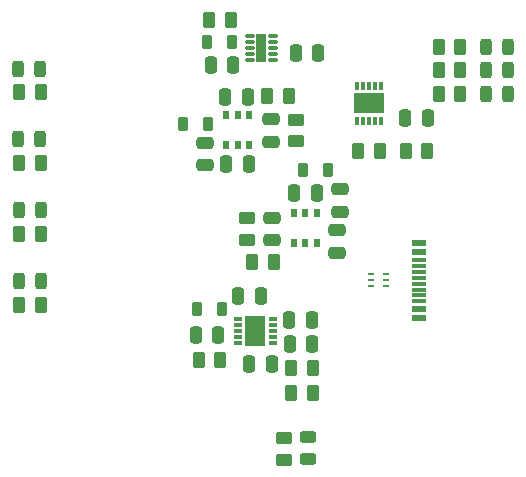
<source format=gbr>
%TF.GenerationSoftware,KiCad,Pcbnew,8.0.8*%
%TF.CreationDate,2025-02-07T16:47:41-05:00*%
%TF.ProjectId,power-delivery-board,706f7765-722d-4646-956c-69766572792d,rev?*%
%TF.SameCoordinates,Original*%
%TF.FileFunction,Paste,Top*%
%TF.FilePolarity,Positive*%
%FSLAX46Y46*%
G04 Gerber Fmt 4.6, Leading zero omitted, Abs format (unit mm)*
G04 Created by KiCad (PCBNEW 8.0.8) date 2025-02-07 16:47:41*
%MOMM*%
%LPD*%
G01*
G04 APERTURE LIST*
G04 Aperture macros list*
%AMRoundRect*
0 Rectangle with rounded corners*
0 $1 Rounding radius*
0 $2 $3 $4 $5 $6 $7 $8 $9 X,Y pos of 4 corners*
0 Add a 4 corners polygon primitive as box body*
4,1,4,$2,$3,$4,$5,$6,$7,$8,$9,$2,$3,0*
0 Add four circle primitives for the rounded corners*
1,1,$1+$1,$2,$3*
1,1,$1+$1,$4,$5*
1,1,$1+$1,$6,$7*
1,1,$1+$1,$8,$9*
0 Add four rect primitives between the rounded corners*
20,1,$1+$1,$2,$3,$4,$5,0*
20,1,$1+$1,$4,$5,$6,$7,0*
20,1,$1+$1,$6,$7,$8,$9,0*
20,1,$1+$1,$8,$9,$2,$3,0*%
G04 Aperture macros list end*
%ADD10RoundRect,0.250000X-0.250000X-0.475000X0.250000X-0.475000X0.250000X0.475000X-0.250000X0.475000X0*%
%ADD11RoundRect,0.218750X-0.218750X-0.381250X0.218750X-0.381250X0.218750X0.381250X-0.218750X0.381250X0*%
%ADD12R,0.300000X0.800000*%
%ADD13R,2.500000X1.750000*%
%ADD14RoundRect,0.243750X-0.243750X-0.456250X0.243750X-0.456250X0.243750X0.456250X-0.243750X0.456250X0*%
%ADD15RoundRect,0.250000X0.250000X0.475000X-0.250000X0.475000X-0.250000X-0.475000X0.250000X-0.475000X0*%
%ADD16RoundRect,0.250000X-0.450000X0.262500X-0.450000X-0.262500X0.450000X-0.262500X0.450000X0.262500X0*%
%ADD17RoundRect,0.250000X0.475000X-0.250000X0.475000X0.250000X-0.475000X0.250000X-0.475000X-0.250000X0*%
%ADD18RoundRect,0.250000X0.262500X0.450000X-0.262500X0.450000X-0.262500X-0.450000X0.262500X-0.450000X0*%
%ADD19RoundRect,0.250000X-0.262500X-0.450000X0.262500X-0.450000X0.262500X0.450000X-0.262500X0.450000X0*%
%ADD20RoundRect,0.218750X0.218750X0.381250X-0.218750X0.381250X-0.218750X-0.381250X0.218750X-0.381250X0*%
%ADD21R,1.150000X0.600000*%
%ADD22R,1.150000X0.300000*%
%ADD23RoundRect,0.250000X-0.475000X0.250000X-0.475000X-0.250000X0.475000X-0.250000X0.475000X0.250000X0*%
%ADD24R,0.800000X0.300000*%
%ADD25R,1.750000X2.500000*%
%ADD26RoundRect,0.250000X0.450000X-0.262500X0.450000X0.262500X-0.450000X0.262500X-0.450000X-0.262500X0*%
%ADD27RoundRect,0.243750X0.456250X-0.243750X0.456250X0.243750X-0.456250X0.243750X-0.456250X-0.243750X0*%
%ADD28RoundRect,0.017550X0.352450X0.117450X-0.352450X0.117450X-0.352450X-0.117450X0.352450X-0.117450X0*%
%ADD29R,0.840000X2.400000*%
%ADD30R,0.549999X0.800001*%
%ADD31R,0.584200X0.279400*%
G04 APERTURE END LIST*
D10*
%TO.C,CIN3*%
X77048846Y-59454082D03*
X78948844Y-59454082D03*
%TD*%
D11*
%TO.C,L2*%
X68799791Y-69279083D03*
X70924791Y-69279083D03*
%TD*%
D12*
%TO.C,U5*%
X84398844Y-50406581D03*
X83898844Y-50406581D03*
X83398844Y-50406581D03*
X82898844Y-50406581D03*
X82398844Y-50406581D03*
X82398844Y-53406581D03*
X82898844Y-53406581D03*
X83398844Y-53406581D03*
X83898844Y-53406581D03*
X84398844Y-53406581D03*
D13*
X83398844Y-51906581D03*
%TD*%
D14*
%TO.C,D6*%
X53761345Y-60954083D03*
X55636345Y-60954083D03*
%TD*%
D15*
%TO.C,COUT1*%
X71874790Y-48624083D03*
X69974792Y-48624083D03*
%TD*%
D16*
%TO.C,R18*%
X76198845Y-80231583D03*
X76198845Y-82056583D03*
%TD*%
D10*
%TO.C,CIN4*%
X76649791Y-70279083D03*
X78549791Y-70279083D03*
%TD*%
D17*
%TO.C,COUT2*%
X69474791Y-57149083D03*
X69474791Y-55249085D03*
%TD*%
D14*
%TO.C,D4*%
X53698845Y-48954083D03*
X55573845Y-48954083D03*
%TD*%
D18*
%TO.C,R4*%
X84311344Y-55906581D03*
X82486344Y-55906581D03*
%TD*%
D19*
%TO.C,R16*%
X53786345Y-62954083D03*
X55611345Y-62954083D03*
%TD*%
D10*
%TO.C,C3*%
X73249791Y-73979083D03*
X75149791Y-73979083D03*
%TD*%
D14*
%TO.C,D1*%
X93261344Y-49104083D03*
X95136346Y-49104083D03*
%TD*%
D19*
%TO.C,R7*%
X53786345Y-50954083D03*
X55611345Y-50954083D03*
%TD*%
D20*
%TO.C,L1*%
X71799791Y-46724083D03*
X69674791Y-46724083D03*
%TD*%
D10*
%TO.C,C2*%
X76699791Y-72279083D03*
X78599791Y-72279083D03*
%TD*%
D19*
%TO.C,R5*%
X86486344Y-55906582D03*
X88311344Y-55906582D03*
%TD*%
D18*
%TO.C,R3*%
X71699791Y-44824083D03*
X69874791Y-44824083D03*
%TD*%
D21*
%TO.C,P1*%
X87643844Y-70106581D03*
X87643844Y-69306581D03*
D22*
X87643844Y-68156581D03*
X87643844Y-67156581D03*
X87643844Y-66656581D03*
X87643844Y-65656581D03*
D21*
X87643844Y-63706581D03*
X87643844Y-64506581D03*
D22*
X87643844Y-65156581D03*
X87643844Y-66156581D03*
X87643844Y-67656581D03*
X87643844Y-68656581D03*
%TD*%
D19*
%TO.C,R15*%
X53786345Y-56954083D03*
X55611345Y-56954083D03*
%TD*%
D15*
%TO.C,C6*%
X70648845Y-71504083D03*
X68748845Y-71504083D03*
%TD*%
D23*
%TO.C,COUT3*%
X80898842Y-59154084D03*
X80898842Y-61054082D03*
%TD*%
D14*
%TO.C,D5*%
X53698845Y-54954083D03*
X55573845Y-54954083D03*
%TD*%
D15*
%TO.C,C4*%
X73124790Y-51399084D03*
X71224792Y-51399084D03*
%TD*%
D14*
%TO.C,D7*%
X53761345Y-66954083D03*
X55636345Y-66954083D03*
%TD*%
D15*
%TO.C,CIN2*%
X73224789Y-56999084D03*
X71324791Y-56999084D03*
%TD*%
D24*
%TO.C,U4*%
X72274791Y-70174083D03*
X72274791Y-70674083D03*
X72274791Y-71174083D03*
X72274791Y-71674083D03*
X72274791Y-72174083D03*
X75274791Y-72174083D03*
X75274791Y-71674083D03*
X75274791Y-71174083D03*
X75274791Y-70674083D03*
X75274791Y-70174083D03*
D25*
X73774791Y-71174083D03*
%TD*%
D14*
%TO.C,D2*%
X93261344Y-51104083D03*
X95136346Y-51104083D03*
%TD*%
D16*
%TO.C,R11*%
X77174790Y-53274085D03*
X77174790Y-55099085D03*
%TD*%
D23*
%TO.C,C5*%
X80698845Y-62654084D03*
X80698845Y-64554082D03*
%TD*%
D15*
%TO.C,C7*%
X74224790Y-68174083D03*
X72324792Y-68174083D03*
%TD*%
D26*
%TO.C,R13*%
X73098844Y-63466583D03*
X73098844Y-61641583D03*
%TD*%
D27*
%TO.C,D8*%
X78198845Y-82041584D03*
X78198845Y-80166582D03*
%TD*%
D18*
%TO.C,R8*%
X78612291Y-76379083D03*
X76787291Y-76379083D03*
%TD*%
D19*
%TO.C,R9*%
X76787291Y-74279083D03*
X78612291Y-74279083D03*
%TD*%
D14*
%TO.C,D3*%
X93261344Y-47104083D03*
X95136346Y-47104083D03*
%TD*%
D28*
%TO.C,U1*%
X75269791Y-48224084D03*
X75269791Y-47724084D03*
X75269791Y-47224084D03*
X75269791Y-46724084D03*
X75269791Y-46224084D03*
X73279791Y-46224084D03*
X73279791Y-46724084D03*
X73279791Y-47224084D03*
X73279791Y-47724084D03*
X73279791Y-48224084D03*
D29*
X74274791Y-47224084D03*
%TD*%
D15*
%TO.C,C1*%
X88348843Y-53104083D03*
X86448845Y-53104083D03*
%TD*%
D18*
%TO.C,R12*%
X76587290Y-51299084D03*
X74762290Y-51299084D03*
%TD*%
%TO.C,R10*%
X70812291Y-73604083D03*
X68987291Y-73604083D03*
%TD*%
D17*
%TO.C,C8*%
X75074790Y-55149083D03*
X75074790Y-53249085D03*
%TD*%
D11*
%TO.C,L4*%
X77836345Y-57554083D03*
X79961345Y-57554083D03*
%TD*%
D10*
%TO.C,CIN1*%
X77198845Y-47604083D03*
X79098843Y-47604083D03*
%TD*%
D19*
%TO.C,R17*%
X53786345Y-68954083D03*
X55611345Y-68954083D03*
%TD*%
D20*
%TO.C,L3*%
X69761345Y-53604083D03*
X67636345Y-53604083D03*
%TD*%
D30*
%TO.C,U2*%
X71324790Y-55449084D03*
X72274791Y-55449084D03*
X73224789Y-55449084D03*
X73224789Y-52899085D03*
X72274791Y-52899085D03*
X71324790Y-52899084D03*
%TD*%
D31*
%TO.C,U6*%
X84844644Y-67354084D03*
X84844644Y-66854085D03*
X84844644Y-66354086D03*
X83523844Y-66354086D03*
X83523844Y-66854085D03*
X83523844Y-67354084D03*
%TD*%
D30*
%TO.C,U3*%
X78958841Y-61174083D03*
X78008840Y-61174083D03*
X77058842Y-61174083D03*
X77058842Y-63724082D03*
X78008840Y-63724082D03*
X78958841Y-63724083D03*
%TD*%
D23*
%TO.C,C9*%
X75198845Y-61604083D03*
X75198845Y-63504081D03*
%TD*%
D18*
%TO.C,R6*%
X91111345Y-47104083D03*
X89286345Y-47104083D03*
%TD*%
%TO.C,R2*%
X91111345Y-49104083D03*
X89286345Y-49104083D03*
%TD*%
D19*
%TO.C,R14*%
X73486343Y-65354083D03*
X75311343Y-65354083D03*
%TD*%
%TO.C,R1*%
X89286345Y-51104083D03*
X91111345Y-51104083D03*
%TD*%
M02*

</source>
